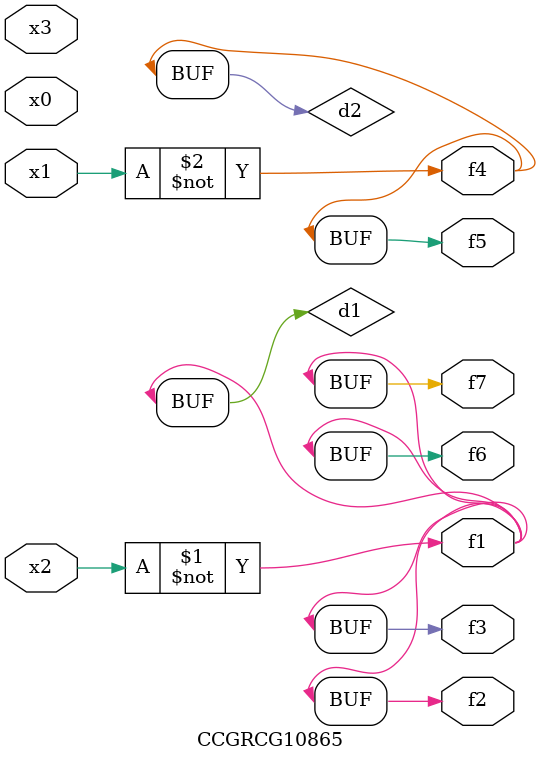
<source format=v>
module CCGRCG10865(
	input x0, x1, x2, x3,
	output f1, f2, f3, f4, f5, f6, f7
);

	wire d1, d2;

	xnor (d1, x2);
	not (d2, x1);
	assign f1 = d1;
	assign f2 = d1;
	assign f3 = d1;
	assign f4 = d2;
	assign f5 = d2;
	assign f6 = d1;
	assign f7 = d1;
endmodule

</source>
